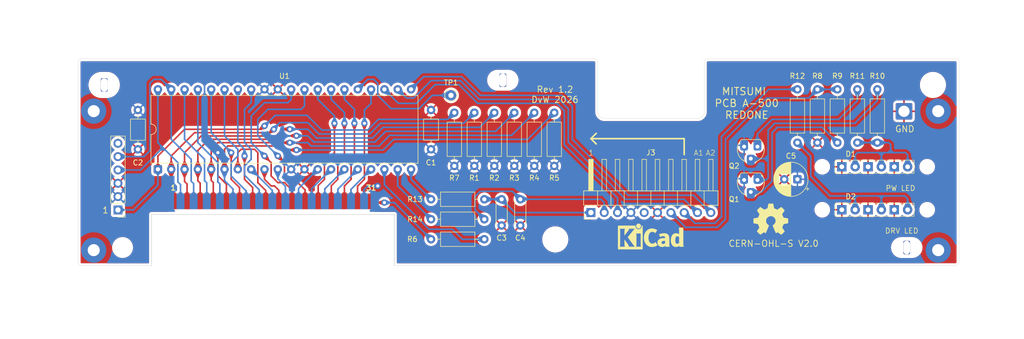
<source format=kicad_pcb>
(kicad_pcb (version 20241229) (generator "pcbnew") (generator_version "9.0")
  (title_block (title "Mitsumi PCB A-500 Redone") (date "2026-02-11") (rev "1.2") (company "Dennis van Weeren"))
  (layers (0 "F.Cu" signal) (2 "B.Cu" signal) (13 "F.Paste" user) (15 "B.Paste" user) (5 "F.SilkS" user "F.Silkscreen") (7 "B.SilkS" user "B.Silkscreen") (1 "F.Mask" user) (3 "B.Mask" user) (25 "Edge.Cuts" user))
  (net 0 "")
  (net 1 "~{MCLR}")
  (net 2 "VDD")
  (net 4 "GND")
  (net 5 "~{LSHFT}")
  (net 6 "~{LAMI}")
  (net 7 "Net-(J2-Caps_LED)")
  (net 8 "Net-(Q1-C)")
  (net 9 "~{X6}")
  (net 10 "~{RALT}")
  (net 11 "~{X3}")
  (net 12 "~{RAMI}")
  (net 13 "~{CTRL}")
  (net 14 "~{RSHFT}")
  (net 15 "~{LALT}")
  (net 16 "~{X2}")
  (net 17 "~{X4}")
  (net 18 "AUX1")
  (net 19 "AUX2")
  (net 20 "Net-(D1A-A)")
  (net 21 "~{CAPS_LED}")
  (net 22 "Net-(U1-TX{slash}CK{slash}RC6)")
  (net 23 "~{X5}{slash}PGD")
  (net 24 "~{X7}{slash}PGC")
  (net 25 "~{Y11}")
  (net 26 "~{Y4}")
  (net 27 "~{Y3}")
  (net 28 "~{Y0}")
  (net 29 "~{Y9}")
  (net 30 "~{Y12}")
  (net 31 "~{Y10}")
  (net 32 "~{Y2}")
  (net 33 "~{Y7}")
  (net 34 "~{Y14}")
  (net 35 "~{Y13}")
  (net 36 "~{Y8}")
  (net 37 "~{Y6}")
  (net 38 "~{Y1}")
  (net 39 "~{Y5}")
  (net 40 "~{RST}")
  (net 41 "KCLK")
  (net 42 "KDAT")
  (net 43 "Net-(D2A-A)")
  (net 45 "DRV_LED")
  (net 46 "PWR_LED")
  (net 47 "Net-(Q1-B)")
  (net 48 "Net-(J3-Pin_1)")
  (net 49 "Net-(J3-Pin_2)")
  (net 50 "Net-(Q2-C)")
  (footprint "Connector_PinHeader_2.54mm:PinHeader_1x10_P2.54mm_Horizontal" (layer "F.Cu") (at 170.19 113.24 90)
    (property "Reference" "J3")
    (property "Value" "Mainboard")
  )
  (footprint "Capacitor_THT:C_Axial_L3.8mm_D2.6mm_P7.50mm_Horizontal" (layer "F.Cu") (at 83.83 93.682 -90)
    (property "Reference" "C2")
    (property "Value" "100nF")
  )
  (footprint "Library:MountingHole_2.3mm_Pad" (layer "F.Cu") (at 236.4 93.9)
    (property "Reference" "H2" (hide yes))
    (property "Value" "2.3mm")
  )
  (footprint "Resistor_THT:R_Axial_DIN0207_L6.3mm_D2.5mm_P10.16mm_Horizontal" (layer "F.Cu") (at 213.37 99.905 90)
    (property "Reference" "R8")
    (property "Value" "390R")
  )
  (footprint "Resistor_THT:R_Axial_DIN0207_L6.3mm_D2.5mm_P10.16mm_Horizontal" (layer "F.Cu") (at 163.205 104.35 90)
    (property "Reference" "R5")
    (property "Value" "47K")
  )
  (footprint "Library:mountinghole_3.0_5.0" (layer "F.Cu") (at 230.4 119.9 90)
    (property "Reference" "H7" (hide yes))
    (property "Value" "3.0_5.0mm")
  )
  (footprint "Resistor_THT:R_Axial_DIN0207_L6.3mm_D2.5mm_P10.16mm_Horizontal" (layer "F.Cu") (at 151.775 104.350001 90)
    (property "Reference" "R2")
    (property "Value" "47K")
  )
  (footprint "Library:39-53-2315" (layer "F.Cu") (at 109.45 113.6 90)
    (property "Reference" "J2" (hide yes))
    (property "Value" "keyboard_matrix")
    (fp_line (start 0 -23) (end -9.8 -23) (stroke (width 0.1)) (layer "Edge.Cuts"))
    (fp_line (start 0 23.25) (end 0 -23) (stroke (width 0.1)) (layer "Edge.Cuts"))
    (fp_line (start 0 23.25) (end -9.8 23.25) (stroke (width 0.1)) (layer "Edge.Cuts"))
  )
  (footprint "Resistor_THT:R_Axial_DIN0207_L6.3mm_D2.5mm_P10.16mm_Horizontal" (layer "F.Cu") (at 209.56 99.905 90)
    (property "Reference" "R12")
    (property "Value" "270R")
  )
  (footprint "Resistor_THT:R_Axial_DIN0207_L6.3mm_D2.5mm_P10.16mm_Horizontal" (layer "F.Cu") (at 155.585 104.349999 90)
    (property "Reference" "R3")
    (property "Value" "47K")
  )
  (footprint "Resistor_THT:R_Axial_DIN0207_L6.3mm_D2.5mm_P10.16mm_Horizontal" (layer "F.Cu") (at 224.8 99.905 90)
    (property "Reference" "R10")
    (property "Value" "8K2")
  )
  (footprint "Symbol:OSHW-Symbol_6.7x6mm_SilkScreen" (layer "F.Cu") (at 204.48 114.51)
    (property "Reference" "REF2" (hide yes))
    (property "Value" "OSHW-Symbol_6.7x6mm_SilkScreen" (hide yes))
  )
  (footprint "Resistor_THT:R_Axial_DIN0207_L6.3mm_D2.5mm_P10.16mm_Horizontal" (layer "F.Cu") (at 139.71 118.32)
    (property "Reference" "R6")
    (property "Value" "220R")
  )
  (footprint "Library:mountinghole_3.0_5.0" (layer "F.Cu") (at 153.4 88 90)
    (property "Reference" "H10" (hide yes))
    (property "Value" "3.0_5.0mm")
  )
  (footprint "Library:mountinghole_4.0_5.0" (layer "F.Cu") (at 77.4 88.9 90)
    (property "Reference" "H8" (hide yes))
    (property "Value" "4.0_5.0mm")
  )
  (footprint "Library:MountingHole_2.3mm_Pad" (layer "F.Cu") (at 75.4 120.4)
    (property "Reference" "H3" (hide yes))
    (property "Value" "2.3mm")
  )
  (footprint "Resistor_THT:R_Axial_DIN0207_L6.3mm_D2.5mm_P10.16mm_Horizontal" (layer "F.Cu") (at 139.71 114.51)
    (property "Reference" "R14")
    (property "Value" "22R")
  )
  (footprint "Resistor_THT:R_Axial_DIN0207_L6.3mm_D2.5mm_P10.16mm_Horizontal" (layer "F.Cu") (at 217.18 99.905 90)
    (property "Reference" "R9")
    (property "Value" "10K")
  )
  (footprint "Capacitor_THT:C_Axial_L3.8mm_D2.6mm_P7.50mm_Horizontal" (layer "F.Cu") (at 139.71 93.675 -90)
    (property "Reference" "C1")
    (property "Value" "100nF")
  )
  (footprint "TestPoint:TestPoint_THTPad_D2.0mm_Drill1.0mm" (layer "F.Cu") (at 143.52 90.888)
    (property "Reference" "TP1")
    (property "Value" "DEBUG" (hide yes))
  )
  (footprint "Resistor_THT:R_Axial_DIN0207_L6.3mm_D2.5mm_P10.16mm_Horizontal" (layer "F.Cu") (at 139.71 110.7)
    (property "Reference" "R13")
    (property "Value" "22R")
  )
  (footprint "Library:A500_triple_LED_equivalent" (layer "F.Cu") (at 224.3 112.7)
    (property "Reference" "D2")
    (property "Value" "RED")
  )
  (footprint "Library:MountingHole_2.3mm_Pad" (layer "F.Cu") (at 236.4 120.4)
    (property "Reference" "H1" (hide yes))
    (property "Value" "2.3mm")
  )
  (footprint "Library:MountingHole_2.3mm_Pad" (layer "F.Cu") (at 75.4 93.9)
    (property "Reference" "H4" (hide yes))
    (property "Value" "2.3mm")
  )
  (footprint "Package_DIP:DIP-40_W15.24mm" (layer "F.Cu") (at 87.64 104.985 90)
    (property "Reference" "U1")
    (property "Value" "PIC18F4520")
  )
  (footprint "Symbol:KiCad-Logo_5mm_SilkScreen" (layer "F.Cu") (at 181.62 118.32)
    (property "Reference" "REF1" (hide yes))
    (property "Value" "KiCad-Logo_5mm_SilkScreen" (hide yes))
  )
  (footprint "Library:TO-92_HandSolder_modified" (layer "F.Cu") (at 200.67 107.525 180)
    (property "Reference" "Q1")
    (property "Value" "BC557")
  )
  (footprint "Library:TO-92_HandSolder_modified" (layer "F.Cu") (at 200.67 101.175 180)
    (property "Reference" "Q2")
    (property "Value" "BC557")
  )
  (footprint "Resistor_THT:R_Axial_DIN0207_L6.3mm_D2.5mm_P10.16mm_Horizontal" (layer "F.Cu") (at 220.99 99.905 90)
    (property "Reference" "R11")
    (property "Value" "1k8")
  )
  (footprint "Library:A500_triple_LED_equivalent" (layer "F.Cu") (at 224.3 104.5)
    (property "Reference" "D1")
    (property "Value" "GRN")
  )
  (footprint "Capacitor_THT:C_Disc_D4.3mm_W1.9mm_P5.00mm" (layer "F.Cu") (at 153.172 110.7 -90)
    (property "Reference" "C3")
    (property "Value" "1nF")
  )
  (footprint "MountingHole:MountingHole_4mm" (layer "F.Cu") (at 235.4 88.9)
    (property "Reference" "H9" (hide yes))
    (property "Value" "4.0mm")
  )
  (footprint "Resistor_THT:R_Axial_DIN0207_L6.3mm_D2.5mm_P10.16mm_Horizontal" (layer "F.Cu") (at 144.155 104.35 90)
    (property "Reference" "R7")
    (property "Value" "47K")
  )
  (footprint "Resistor_THT:R_Axial_DIN0207_L6.3mm_D2.5mm_P10.16mm_Horizontal" (layer "F.Cu") (at 159.395 104.35 90)
    (property "Reference" "R4")
    (property "Value" "47K")
  )
  (footprint "Connector_Wire:SolderWire-1.5sqmm_1x01_D1.7mm_OD3mm" (layer "F.Cu") (at 229.88 93.936)
    (property "Reference" "J4" (hide yes))
    (property "Value" "EARTH_STRAP")
  )
  (footprint "MountingHole:MountingHole_3mm" (layer "F.Cu") (at 80.9 119.9)
    (property "Reference" "H5" (hide yes))
    (property "Value" "3.0mm")
  )
  (footprint "Connector_PinHeader_2.54mm:PinHeader_1x06_P2.54mm_Vertical" (layer "F.Cu") (at 80.02 112.732 180)
    (property "Reference" "J1" (hide yes))
    (property "Value" "ICSP")
  )
  (footprint "Resistor_THT:R_Axial_DIN0207_L6.3mm_D2.5mm_P10.16mm_Horizontal" (layer "F.Cu") (at 147.965 104.35 90)
    (property "Reference" "R1")
    (property "Value" "47K")
  )
  (footprint "Capacitor_THT:C_Disc_D4.3mm_W1.9mm_P5.00mm" (layer "F.Cu") (at 156.728 110.7 -90)
    (property "Reference" "C4")
    (property "Value" "1nF")
  )
  (footprint "MountingHole:MountingHole_4mm" (layer "F.Cu") (at 163.4 118.35)
    (property "Reference" "H6" (hide yes))
    (property "Value" "4.0mm")
  )
  (footprint "Capacitor_THT:CP_Radial_D6.3mm_P2.50mm" (layer "F.Cu") (at 209.56 106.89 180)
    (property "Reference" "C5")
    (property "Value" "22uF")
  )
  (gr_line (start 187.97 99.143) (end 170.19 99.143) (stroke (width 0.3)) (layer "F.SilkS"))
  (gr_line (start 187.97 102.191) (end 187.97 99.143) (stroke (width 0.3)) (layer "F.SilkS"))
  (gr_line (start 170.19 99.143) (end 171.206 100.159) (stroke (width 0.3)) (layer "F.SilkS"))
  (gr_line (start 170.19 99.143) (end 171.206 98.127) (stroke (width 0.3)) (layer "F.SilkS"))
  (gr_arc (start 172.8 95.3) (mid 171.880761 94.919239) (end 171.5 94) (stroke (width 0.05)) (layer "Edge.Cuts"))
  (gr_arc (start 240.4 122.7) (mid 240.194975 123.194975) (end 239.7 123.4) (stroke (width 0.05)) (layer "Edge.Cuts"))
  (gr_line (start 240.4 84.6) (end 240.4 122.7) (stroke (width 0.05)) (layer "Edge.Cuts"))
  (gr_line (start 239.7 123.4) (end 132.7 123.4) (stroke (width 0.05)) (layer "Edge.Cuts"))
  (gr_line (start 192.5 83.9) (end 239.7 83.9) (stroke (width 0.05)) (layer "Edge.Cuts"))
  (gr_arc (start 191.8 84.6) (mid 192.005025 84.105025) (end 192.5 83.9) (stroke (width 0.05)) (layer "Edge.Cuts"))
  (gr_arc (start 73.1 123.4) (mid 72.605025 123.194975) (end 72.4 122.7) (stroke (width 0.05)) (layer "Edge.Cuts"))
  (gr_line (start 191.8 94) (end 191.8 84.6) (stroke (width 0.05)) (layer "Edge.Cuts"))
  (gr_line (start 172.8 95.3) (end 190.5 95.3) (stroke (width 0.05)) (layer "Edge.Cuts"))
  (gr_line (start 73.1 123.4) (end 86.45 123.4) (stroke (width 0.05)) (layer "Edge.Cuts"))
  (gr_arc (start 170.8 83.9) (mid 171.294975 84.105025) (end 171.5 84.6) (stroke (width 0.05)) (layer "Edge.Cuts"))
  (gr_line (start 171.5 84.6) (end 171.5 94) (stroke (width 0.05)) (layer "Edge.Cuts"))
  (gr_line (start 72.4 122.7) (end 72.4 84.6) (stroke (width 0.05)) (layer "Edge.Cuts"))
  (gr_line (start 73.1 83.9) (end 170.8 83.9) (stroke (width 0.05)) (layer "Edge.Cuts"))
  (gr_arc (start 239.7 83.9) (mid 240.194975 84.105025) (end 240.4 84.6) (stroke (width 0.05)) (layer "Edge.Cuts"))
  (gr_arc (start 72.4 84.6) (mid 72.605025 84.105025) (end 73.1 83.9) (stroke (width 0.05)) (layer "Edge.Cuts"))
  (gr_arc (start 191.8 94) (mid 191.419239 94.919239) (end 190.5 95.3) (stroke (width 0.05)) (layer "Edge.Cuts"))
  (gr_text "GND" (at 228.102 98 0) (layer "F.SilkS") (effects (font (size 1.2 1.2)) (justify left bottom)))
  (gr_text "MITSUMI \nPCB A-500\nREDONE\n" (at 199.908 95.46 0) (layer "F.SilkS") (effects (font (size 1.4 1.4) (thickness 0.175)) (justify bottom)))
  (gr_text "CERN-OHL-S V2.0" (at 196.352 119.844 0) (layer "F.SilkS") (effects (font (size 1.2 1.2)) (justify left bottom)))
  (gr_text "PW LED" (at 226.324 109.176 0) (layer "F.SilkS") (effects (font (size 1 1) (thickness 0.125)) (justify left bottom)))
  (gr_text "A2\n" (at 192.034 102.445 0) (layer "F.SilkS") (effects (font (size 1 1) (thickness 0.1)) (justify left bottom)))
  (gr_text "Rev 1.2\nDvW 2026\n" (at 163.332 92.412 0) (layer "F.SilkS") (effects (font (size 1.2 1.2)) (justify bottom)))
  (gr_text "A1\n" (at 189.748 102.445 0) (layer "F.SilkS") (effects (font (size 1 1) (thickness 0.1)) (justify left bottom)))
  (gr_text "DRV LED" (at 226.197 117.304 0) (layer "F.SilkS") (effects (font (size 1 1) (thickness 0.125)) (justify left bottom)))
  (gr_text "1" (at 76.972 113.494 0) (layer "F.SilkS") (effects (font (size 1.2 1.2)) (justify left bottom)))
  (gr_text "1" (at 169.682 102.445 0) (layer "F.SilkS") (effects (font (size 1 1) (thickness 0.1)) (justify left bottom)))
  (segment (start 101.61 97.365) (end 107.325 97.365) (width 0.3) (layer "F.Cu") (net 1))
  (segment (start 92.72 97.365) (end 101.61 97.365) (width 0.3) (layer "F.Cu") (net 1))
  (segment (start 107.325 97.365) (end 107.96 96.73) (width 0.3) (layer "F.Cu") (net 1))
  (segment (start 87.64 102.445) (end 92.72 97.365) (width 0.3) (layer "F.Cu") (net 1))
  (segment (start 87.64 104.985) (end 87.64 102.445) (width 0.3) (layer "F.Cu") (net 1))
  (via (at 107.96 96.73) (size 1.2) (drill 0.6) (layers "F.Cu" "B.Cu") (net 1))
  (segment (start 129.677 95.46) (end 142.885 95.46) (width 0.3) (layer "B.Cu") (net 1))
  (segment (start 87.64 104.985) (end 87.64 108.033) (width 0.3) (layer "B.Cu") (net 1))
  (segment (start 107.96 96.73) (end 109.992 94.698) (width 0.3) (layer "B.Cu") (net 1))
  (segment (start 82.941 112.732) (end 80.02 112.732) (width 0.3) (layer "B.Cu") (net 1))
  (segment (start 87.64 108.033) (end 82.941 112.732) (width 0.3) (layer "B.Cu") (net 1))
  (segment (start 109.992 94.698) (end 116.088 94.698) (width 0.3) (layer "B.Cu") (net 1))
  (segment (start 116.088 94.698) (end 118.882 97.492) (width 0.3) (layer "B.Cu") (net 1))
  (segment (start 118.882 97.492) (end 127.645 97.492) (width 0.3) (layer "B.Cu") (net 1))
  (segment (start 127.645 97.492) (end 129.677 95.46) (width 0.3) (layer "B.Cu") (net 1))
  (segment (start 142.885 95.46) (end 144.155 94.19) (width 0.3) (layer "B.Cu") (net 1))
  (segment (start 99.07 106.187091) (end 99.07 101.81) (width 0.3) (layer "F.Cu") (net 2))
  (segment (start 100.7 107.817091) (end 99.07 106.187091) (width 0.3) (layer "F.Cu") (net 2))
  (segment (start 100.7 111.1) (end 100.7 107.817091) (width 0.3) (layer "F.Cu") (net 2))
  (via (at 99.07 101.81) (size 1.2) (drill 0.6) (layers "F.Cu" "B.Cu") (net 2))
  (segment (start 99.07 101.81) (end 96.53 99.27) (width 0.3) (layer "B.Cu") (net 2))
  (segment (start 96.53 87.205) (end 96.53 86.57) (width 0.3) (layer "B.Cu") (net 2))
  (segment (start 96.53 99.27) (end 96.53 87.205) (width 0.3) (layer "B.Cu") (net 2))
  (via (at 129.55 108.16) (size 1.2) (drill 0.6) (layers "F.Cu" "B.Cu") (net 4))
  (segment (start 126.95 108.855) (end 126.95 111.1) (width 0.3) (layer "B.Cu") (net 4))
  (segment (start 129.55 108.16) (end 127.645 108.16) (width 0.3) (layer "B.Cu") (net 4))
  (segment (start 127.645 108.16) (end 126.95 108.855) (width 0.3) (layer "B.Cu") (net 4))
  (segment (start 102.88 102.445) (end 102.88 101.175) (width 0.3) (layer "B.Cu") (net 5))
  (segment (start 104.45 109.095) (end 101.61 106.255) (width 0.3) (layer "B.Cu") (net 5))
  (segment (start 100.34 98.635) (end 100.34 89.745) (width 0.3) (layer "B.Cu") (net 5))
  (segment (start 101.61 103.715) (end 102.88 102.445) (width 0.3) (layer "B.Cu") (net 5))
  (segment (start 102.88 101.175) (end 100.34 98.635) (width 0.3) (layer "B.Cu") (net 5))
  (segment (start 104.45 111.1) (end 104.45 109.095) (width 0.3) (layer "B.Cu") (net 5))
  (segment (start 101.61 106.255) (end 101.61 103.715) (width 0.3) (layer "B.Cu") (net 5))
  (segment (start 106.95 108.895682) (end 104.15 106.095682) (width 0.3) (layer "B.Cu") (net 6))
  (segment (start 105.42 103.08) (end 105.42 101.175) (width 0.3) (layer "B.Cu") (net 6))
  (segment (start 105.42 92.285) (end 105.42 89.745) (width 0.3) (layer "B.Cu") (net 6))
  (segment (start 104.15 93.555) (end 105.42 92.285) (width 0.3) (layer "B.Cu") (net 6))
  (segment (start 104.15 106.095682) (end 104.15 104.35) (width 0.3) (layer "B.Cu") (net 6))
  (segment (start 104.15 99.905) (end 104.15 93.555) (width 0.3) (layer "B.Cu") (net 6))
  (segment (start 104.15 104.35) (end 105.42 103.08) (width 0.3) (layer "B.Cu") (net 6))
  (segment (start 105.42 101.175) (end 104.15 99.905) (width 0.3) (layer "B.Cu") (net 6))
  (segment (start 106.95 111.1) (end 106.95 108.895682) (width 0.3) (layer "B.Cu") (net 6))
  (segment (start 130.82 111.335) (end 128.435 111.335) (width 0.3) (layer "F.Cu") (net 7))
  (segment (start 128.435 111.335) (end 128.2 111.1) (width 0.3) (layer "F.Cu") (net 7))
  (via (at 130.82 111.335) (size 1.2) (drill 0.6) (layers "F.Cu" "B.Cu") (net 7))
  (segment (start 132.725 111.335) (end 139.71 118.32) (width 0.3) (layer "B.Cu") (net 7))
  (segment (start 130.82 111.335) (end 132.725 111.335) (width 0.3) (layer "B.Cu") (net 7))
  (segment (start 203.972 103.08) (end 203.972 97.492) (width 0.3) (layer "B.Cu") (net 8))
  (segment (start 203.972 97.492) (end 205.242 96.222) (width 0.3) (layer "B.Cu") (net 8))
  (segment (start 220.482 96.222) (end 224.8 91.904) (width 0.3) (layer "B.Cu") (net 8))
  (segment (start 200.67 102.953) (end 203.845 102.953) (width 0.3) (layer "B.Cu") (net 8))
  (segment (start 203.845 102.953) (end 203.972 103.08) (width 0.3) (layer "B.Cu") (net 8))
  (segment (start 201.94 107.017) (end 203.591 107.017) (width 0.3) (layer "B.Cu") (net 8))
  (segment (start 224.8 91.904) (end 224.8 89.745) (width 0.3) (layer "B.Cu") (net 8))
  (segment (start 203.591 107.017) (end 203.972 106.636) (width 0.3) (layer "B.Cu") (net 8))
  (segment (start 205.242 96.222) (end 220.482 96.222) (width 0.3) (layer "B.Cu") (net 8))
  (segment (start 203.972 106.636) (end 203.972 103.08) (width 0.3) (layer "B.Cu") (net 8))
  (segment (start 92.72 101.81) (end 92.72 104.985) (width 0.3) (layer "F.Cu") (net 9))
  (segment (start 112.786 97.347373) (end 111.406627 97.347373) (width 0.3) (layer "F.Cu") (net 9))
  (segment (start 93.2 107.8) (end 93.2 111.1) (width 0.3) (layer "F.Cu") (net 9))
  (segment (start 111.406627 97.347373) (end 110.119 98.635) (width 0.3) (layer "F.Cu") (net 9))
  (segment (start 110.119 98.635) (end 95.895 98.635) (width 0.3) (layer "F.Cu") (net 9))
  (segment (start 92.72 104.985) (end 92.72 107.32) (width 0.3) (layer "F.Cu") (net 9))
  (segment (start 95.895 98.635) (end 92.72 101.81) (width 0.3) (layer "F.Cu") (net 9))
  (segment (start 92.72 107.32) (end 93.2 107.8) (width 0.3) (layer "F.Cu") (net 9))
  (via (at 112.786 97.347373) (size 1.2) (drill 0.6) (layers "F.Cu" "B.Cu") (net 9))
  (segment (start 112.786 97.347373) (end 116.197373 97.347373) (width 0.3) (layer "B.Cu") (net 9))
  (segment (start 128.534 99.016) (end 130.566 96.984) (width 0.3) (layer "B.Cu") (net 9))
  (segment (start 148.981001 96.984) (end 151.775 94.190001) (width 0.3) (layer "B.Cu") (net 9))
  (segment (start 130.566 96.984) (end 148.981001 96.984) (width 0.3) (layer "B.Cu") (net 9))
  (segment (start 117.866 99.016) (end 128.534 99.016) (width 0.3) (layer "B.Cu") (net 9))
  (segment (start 116.197373 97.347373) (end 117.866 99.016) (width 0.3) (layer "B.Cu") (net 9))
  (segment (start 99.45 107.778) (end 99.45 111.1) (width 0.3) (layer "B.Cu") (net 10))
  (segment (start 99.07 107.398) (end 99.45 107.778) (width 0.3) (layer "B.Cu") (net 10))
  (segment (start 95.26 99.905) (end 99.07 103.715) (width 0.3) (layer "B.Cu") (net 10))
  (segment (start 95.26 89.745) (end 95.26 99.905) (width 0.3) (layer "B.Cu") (net 10))
  (segment (start 99.07 103.715) (end 99.07 107.398) (width 0.3) (layer "B.Cu") (net 10))
  (segment (start 110.5 99.27) (end 97.379942 99.27) (width 0.3) (layer "F.Cu") (net 11))
  (segment (start 95.26 104.985) (end 95.26 107.179) (width 0.3) (layer "F.Cu") (net 11))
  (segment (start 95.7 107.619) (end 95.7 111.1) (width 0.3) (layer "F.Cu") (net 11))
  (segment (start 95.26 107.179) (end 95.7 107.619) (width 0.3) (layer "F.Cu") (net 11))
  (segment (start 114.056 98.596946) (end 111.173054 98.596946) (width 0.3) (layer "F.Cu") (net 11))
  (segment (start 95.26 101.389942) (end 95.26 104.985) (width 0.3) (layer "F.Cu") (net 11))
  (segment (start 97.379942 99.27) (end 95.26 101.389942) (width 0.3) (layer "F.Cu") (net 11))
  (segment (start 111.173054 98.596946) (end 110.5 99.27) (width 0.3) (layer "F.Cu") (net 11))
  (via (at 114.056 98.596946) (size 1.2) (drill 0.6) (layers "F.Cu" "B.Cu") (net 11))
  (segment (start 114.056 98.596946) (end 116.176946 98.596946) (width 0.3) (layer "B.Cu") (net 11))
  (segment (start 117.358 99.778) (end 129.042 99.778) (width 0.3) (layer "B.Cu") (net 11))
  (segment (start 131.074 97.746) (end 152.028999 97.746) (width 0.3) (layer "B.Cu") (net 11))
  (segment (start 116.176946 98.596946) (end 117.358 99.778) (width 0.3) (layer "B.Cu") (net 11))
  (segment (start 152.028999 97.746) (end 155.585 94.189999) (width 0.3) (layer "B.Cu") (net 11))
  (segment (start 129.042 99.778) (end 131.074 97.746) (width 0.3) (layer "B.Cu") (net 11))
  (segment (start 110.5 100.54) (end 100.975 100.54) (width 0.3) (layer "F.Cu") (net 12))
  (segment (start 111.262 101.302) (end 110.5 100.54) (width 0.3) (layer "F.Cu") (net 12))
  (segment (start 100.975 100.54) (end 100.34 101.175) (width 0.3) (layer "F.Cu") (net 12))
  (segment (start 100.34 101.175) (end 100.34 104.985) (width 0.3) (layer "F.Cu") (net 12))
  (segment (start 114.056 101.302) (end 111.262 101.302) (width 0.3) (layer "F.Cu") (net 12))
  (via (at 114.056 101.302) (size 1.2) (drill 0.6) (layers "F.Cu" "B.Cu") (net 12))
  (segment (start 132.598 99.27) (end 158.125 99.27) (width 0.3) (layer "B.Cu") (net 12))
  (segment (start 100.34 107.14) (end 101.95 108.75) (width 0.3) (layer "B.Cu") (net 12))
  (segment (start 101.95 108.75) (end 101.95 111.1) (width 0.3) (layer "B.Cu") (net 12))
  (segment (start 158.125 99.27) (end 163.205 94.19) (width 0.3) (layer "B.Cu") (net 12))
  (segment (start 100.34 104.985) (end 100.34 107.14) (width 0.3) (layer "B.Cu") (net 12))
  (segment (start 130.566 101.302) (end 132.598 99.27) (width 0.3) (layer "B.Cu") (net 12))
  (segment (start 114.056 101.302) (end 130.566 101.302) (width 0.3) (layer "B.Cu") (net 12))
  (segment (start 101.61 101.81) (end 101.61 106.89) (width 0.3) (layer "F.Cu") (net 13))
  (segment (start 103.2 108.48) (end 103.2 111.1) (width 0.3) (layer "F.Cu") (net 13))
  (segment (start 101.61 106.89) (end 103.2 108.48) (width 0.3) (layer "F.Cu") (net 13))
  (via (at 101.61 101.81) (size 1.2) (drill 0.6) (layers "F.Cu" "B.Cu") (net 13))
  (segment (start 97.8 98) (end 97.8 89.745) (width 0.3) (layer "B.Cu") (net 13))
  (segment (start 101.61 101.81) (end 97.8 98) (width 0.3) (layer "B.Cu") (net 13))
  (segment (start 92.72 89.745) (end 92.72 99.27) (width 0.3) (layer "B.Cu") (net 14))
  (segment (start 96.53 107.144) (end 96.95 107.564) (width 0.3) (layer "B.Cu") (net 14))
  (segment (start 96.53 103.08) (end 96.53 107.144) (width 0.3) (layer "B.Cu") (net 14))
  (segment (start 92.72 99.27) (end 96.53 103.08) (width 0.3) (layer "B.Cu") (net 14))
  (segment (start 96.95 107.564) (end 96.95 111.1) (width 0.3) (layer "B.Cu") (net 14))
  (segment (start 104.15 106.89) (end 105.7 108.44) (width 0.3) (layer "F.Cu") (net 15))
  (segment (start 105.7 108.44) (end 105.7 111.1) (width 0.3) (layer "F.Cu") (net 15))
  (segment (start 104.15 102.445) (end 104.15 106.89) (width 0.3) (layer "F.Cu") (net 15))
  (via (at 104.15 102.445) (size 1.2) (drill 0.6) (layers "F.Cu" "B.Cu") (net 15))
  (segment (start 104.15 101.175) (end 102.88 99.905) (width 0.3) (layer "B.Cu") (net 15))
  (segment (start 104.15 102.445) (end 104.15 101.175) (width 0.3) (layer "B.Cu") (net 15))
  (segment (start 102.88 99.905) (end 102.88 89.745) (width 0.3) (layer "B.Cu") (net 15))
  (segment (start 97.8 104.985) (end 97.8 107.1) (width 0.3) (layer "F.Cu") (net 16))
  (segment (start 98.2 107.5) (end 98.2 111.1) (width 0.3) (layer "F.Cu") (net 16))
  (segment (start 97.8 107.1) (end 98.2 107.5) (width 0.3) (layer "F.Cu") (net 16))
  (segment (start 99.07 99.905) (end 97.8 101.175) (width 0.3) (layer "F.Cu") (net 16))
  (segment (start 112.786 99.905) (end 99.07 99.905) (width 0.3) (layer "F.Cu") (net 16))
  (segment (start 97.8 101.175) (end 97.8 104.985) (width 0.3) (layer "F.Cu") (net 16))
  (via (at 112.786 99.905) (size 1.2) (drill 0.6) (layers "F.Cu" "B.Cu") (net 16))
  (segment (start 112.786 99.905) (end 116.215002 99.905) (width 0.3) (layer "B.Cu") (net 16))
  (segment (start 131.836 98.508) (end 155.077 98.508) (width 0.3) (layer "B.Cu") (net 16))
  (segment (start 116.215002 99.905) (end 116.850002 100.54) (width 0.3) (layer "B.Cu") (net 16))
  (segment (start 116.850002 100.54) (end 129.804 100.54) (width 0.3) (layer "B.Cu") (net 16))
  (segment (start 129.804 100.54) (end 131.836 98.508) (width 0.3) (layer "B.Cu") (net 16))
  (segment (start 155.077 98.508) (end 159.395 94.19) (width 0.3) (layer "B.Cu") (net 16))
  (segment (start 109.738 97.365) (end 109.103 98) (width 0.3) (layer "F.Cu") (net 17))
  (segment (start 90.18 102.445) (end 90.18 104.985) (width 0.3) (layer "F.Cu") (net 17))
  (segment (start 90.18 104.985) (end 90.18 107.47) (width 0.3) (layer "F.Cu") (net 17))
  (segment (start 90.18 107.47) (end 90.7 107.99) (width 0.3) (layer "F.Cu") (net 17))
  (segment (start 90.7 107.99) (end 90.7 111.1) (width 0.3) (layer "F.Cu") (net 17))
  (segment (start 109.103 98) (end 94.625 98) (width 0.3) (layer "F.Cu") (net 17))
  (segment (start 94.625 98) (end 90.18 102.445) (width 0.3) (layer "F.Cu") (net 17))
  (via (at 109.738 97.365) (size 1.2) (drill 0.6) (layers "F.Cu" "B.Cu") (net 17))
  (segment (start 130.058 96.222) (end 145.933 96.222) (width 0.3) (layer "B.Cu") (net 17))
  (segment (start 128.026 98.254) (end 130.058 96.222) (width 0.3) (layer "B.Cu") (net 17))
  (segment (start 118.374 98.254) (end 128.026 98.254) (width 0.3) (layer "B.Cu") (net 17))
  (segment (start 110.881 96.095) (end 116.215 96.095) (width 0.3) (layer "B.Cu") (net 17))
  (segment (start 145.933 96.222) (end 147.965 94.19) (width 0.3) (layer "B.Cu") (net 17))
  (segment (start 116.215 96.095) (end 118.374 98.254) (width 0.3) (layer "B.Cu") (net 17))
  (segment (start 109.738 97.365) (end 109.738 97.238) (width 0.3) (layer "B.Cu") (net 17))
  (segment (start 109.738 97.238) (end 110.881 96.095) (width 0.3) (layer "B.Cu") (net 17))
  (segment (start 139.71 88.094) (end 145.298 88.094) (width 0.3) (layer "B.Cu") (net 18))
  (segment (start 165.872 93.428) (end 165.872 99.778) (width 0.3) (layer "B.Cu") (net 18))
  (segment (start 133.36 89.745) (end 135.011 91.396) (width 0.3) (layer "B.Cu") (net 18))
  (segment (start 164.094 91.65) (end 165.872 93.428) (width 0.3) (layer "B.Cu") (net 18))
  (segment (start 165.872 99.778) (end 176.794 110.7) (width 0.3) (layer "B.Cu") (net 18))
  (segment (start 136.408 91.396) (end 139.71 88.094) (width 0.3) (layer "B.Cu") (net 18))
  (segment (start 135.011 91.396) (end 136.408 91.396) (width 0.3) (layer "B.Cu") (net 18))
  (segment (start 176.794 110.7) (end 187.97 110.7) (width 0.3) (layer "B.Cu") (net 18))
  (segment (start 148.854 91.65) (end 164.094 91.65) (width 0.3) (layer "B.Cu") (net 18))
  (segment (start 187.97 110.7) (end 190.51 113.24) (width 0.3) (layer "B.Cu") (net 18))
  (segment (start 145.298 88.094) (end 148.854 91.65) (width 0.3) (layer "B.Cu") (net 18))
  (segment (start 164.602 90.888) (end 166.634 92.92) (width 0.3) (layer "B.Cu") (net 19))
  (segment (start 138.313 87.332) (end 145.552 87.332) (width 0.3) (layer "B.Cu") (net 19))
  (segment (start 177.302 109.938) (end 189.748 109.938) (width 0.3) (layer "B.Cu") (net 19))
  (segment (start 166.634 92.92) (end 166.634 99.27) (width 0.3) (layer "B.Cu") (net 19))
  (segment (start 145.552 87.332) (end 149.108 90.888) (width 0.3) (layer "B.Cu") (net 19))
  (segment (start 135.9 89.745) (end 138.313 87.332) (width 0.3) (layer "B.Cu") (net 19))
  (segment (start 149.108 90.888) (end 164.602 90.888) (width 0.3) (layer "B.Cu") (net 19))
  (segment (start 166.634 99.27) (end 177.302 109.938) (width 0.3) (layer "B.Cu") (net 19))
  (segment (start 189.748 109.938) (end 193.05 113.24) (width 0.3) (layer "B.Cu") (net 19))
  (segment (start 227.34 101.81) (end 228.102 101.81) (width 0.3) (layer "B.Cu") (net 20))
  (segment (start 220.57 102.23) (end 220.57 104.5) (width 0.3) (layer "B.Cu") (net 20))
  (segment (start 224.8 101.81) (end 220.99 101.81) (width 0.3) (layer "B.Cu") (net 20))
  (segment (start 224.8 99.905) (end 220.99 99.905) (width 0.3) (layer "B.Cu") (net 20))
  (segment (start 224.8 99.905) (end 226.959 99.905) (width 0.3) (layer "B.Cu") (net 20))
  (segment (start 220.99 101.81) (end 220.57 102.23) (width 0.3) (layer "B.Cu") (net 20))
  (segment (start 230.134 101.81) (end 230.57 102.246) (width 0.3) (layer "B.Cu") (net 20))
  (segment (start 225.57 104.5) (end 225.57 101.818) (width 0.3) (layer "B.Cu") (net 20))
  (segment (start 225.562 101.81) (end 227.34 101.81) (width 0.3) (layer "B.Cu") (net 20))
  (segment (start 225.57 101.818) (end 225.562 101.81) (width 0.3) (layer "B.Cu") (net 20))
  (segment (start 227.34 100.286) (end 227.34 101.81) (width 0.3) (layer "B.Cu") (net 20))
  (segment (start 228.102 101.81) (end 230.134 101.81) (width 0.3) (layer "B.Cu") (net 20))
  (segment (start 230.57 102.246) (end 230.57 104.5) (width 0.3) (layer "B.Cu") (net 20))
  (segment (start 225.562 101.81) (end 224.8 101.81) (width 0.3) (layer "B.Cu") (net 20))
  (segment (start 226.959 99.905) (end 227.34 100.286) (width 0.3) (layer "B.Cu") (net 20))
  (segment (start 145.679 118.32) (end 149.87 118.32) (width 0.3) (layer "B.Cu") (net 21))
  (segment (start 130.82 107.906) (end 139.329 116.415) (width 0.3) (layer "B.Cu") (net 21))
  (segment (start 143.774 116.415) (end 145.679 118.32) (width 0.3) (layer "B.Cu") (net 21))
  (segment (start 130.82 104.985) (end 130.82 107.906) (width 0.3) (layer "B.Cu") (net 21))
  (segment (start 139.329 116.415) (end 143.774 116.415) (width 0.3) (layer "B.Cu") (net 21))
  (segment (start 125.74 89.745) (end 127.645 87.84) (width 0.3) (layer "B.Cu") (net 22))
  (segment (start 129.55 90.888) (end 132.09 93.428) (width 0.3) (layer "B.Cu") (net 22))
  (segment (start 128.788 87.84) (end 129.55 88.602) (width 0.3) (layer "B.Cu") (net 22))
  (segment (start 137.424 93.428) (end 139.964 90.888) (width 0.3) (layer "B.Cu") (net 22))
  (segment (start 127.645 87.84) (end 128.788 87.84) (width 0.3) (layer "B.Cu") (net 22))
  (segment (start 132.09 93.428) (end 137.424 93.428) (width 0.3) (layer "B.Cu") (net 22))
  (segment (start 129.55 88.602) (end 129.55 90.888) (width 0.3) (layer "B.Cu") (net 22))
  (segment (start 139.964 90.888) (end 143.52 90.888) (width 0.3) (layer "B.Cu") (net 22))
  (segment (start 84.338 105.112) (end 80.02 105.112) (width 0.3) (layer "B.Cu") (net 23))
  (segment (start 91.45 107.398) (end 91.95 107.898) (width 0.3) (layer "B.Cu") (net 23))
  (segment (start 88.5925 100.8575) (end 84.338 105.112) (width 0.3) (layer "B.Cu") (net 23))
  (segment (start 91.45 103.715) (end 91.45 107.398) (width 0.3) (layer "B.Cu") (net 23))
  (segment (start 91.95 107.898) (end 91.95 111.1) (width 0.3) (layer "B.Cu") (net 23))
  (segment (start 87.64 89.745) (end 87.64 99.905) (width 0.3) (layer "B.Cu") (net 23))
  (segment (start 87.64 99.905) (end 91.45 103.715) (width 0.3) (layer "B.Cu") (net 23))
  (segment (start 90.18 89.745) (end 88.275 87.84) (width 0.3) (layer "B.Cu") (net 24))
  (segment (start 86.116 88.602) (end 86.116 101.429) (width 0.3) (layer "B.Cu") (net 24))
  (segment (start 93.99 103.08) (end 93.99 107.271) (width 0.3) (layer "B.Cu") (net 24))
  (segment (start 93.99 107.271) (end 94.45 107.731) (width 0.3) (layer "B.Cu") (net 24))
  (segment (start 94.45 107.731) (end 94.45 111.1) (width 0.3) (layer "B.Cu") (net 24))
  (segment (start 84.973 102.572) (end 80.02 102.572) (width 0.3) (layer "B.Cu") (net 24))
  (segment (start 90.18 89.745) (end 90.18 99.27) (width 0.3) (layer "B.Cu") (net 24))
  (segment (start 90.18 99.27) (end 93.99 103.08) (width 0.3) (layer "B.Cu") (net 24))
  (segment (start 86.116 101.429) (end 84.973 102.572) (width 0.3) (layer "B.Cu") (net 24))
  (segment (start 86.878 87.84) (end 86.116 88.602) (width 0.3) (layer "B.Cu") (net 24))
  (segment (start 88.275 87.84) (end 86.878 87.84) (width 0.3) (layer "B.Cu") (net 24))
  (segment (start 111.95 108.25) (end 111.95 111.1) (width 0.3) (layer "B.Cu") (net 25))
  (segment (start 110.5 106.8) (end 111.95 108.25) (width 0.3) (layer "B.Cu") (net 25))
  (segment (start 110.5 104.985) (end 110.5 106.8) (width 0.3) (layer "B.Cu") (net 25))
  (segment (start 121.93 103.715) (end 121.93 106.89) (width 0.3) (layer "F.Cu") (net 26))
  (segment (start 120.7 108.12) (end 120.7 111.1) (width 0.3) (layer "F.Cu") (net 26))
  (segment (start 123.2 96.222) (end 123.2 102.445) (width 0.3) (layer "F.Cu") (net 26))
  (segment (start 121.93 106.89) (end 120.7 108.12) (width 0.3) (layer "F.Cu") (net 26))
  (segment (start 123.2 102.445) (end 121.93 103.715) (width 0.3) (layer "F.Cu") (net 26))
  (via (at 123.2 96.222) (size 1.2) (drill 0.6) (layers "F.Cu" "B.Cu") (net 26))
  (segment (start 120.66 91.65) (end 120.66 89.745) (width 0.3) (layer "B.Cu") (net 26))
  (segment (start 123.2 94.19) (end 120.66 91.65) (width 0.3) (layer "B.Cu") (net 26))
  (segment (start 123.2 96.222) (end 123.2 94.19) (width 0.3) (layer "B.Cu") (net 26))
  (segment (start 125.74 104.985) (end 121.95 108.775) (width 0.3) (layer "B.Cu") (net 27))
  (segment (start 121.95 108.775) (end 121.95 111.1) (width 0.3) (layer "B.Cu") (net 27))
  (segment (start 127.01 106.89) (end 125.7 108.2) (width 0.3) (layer "F.Cu") (net 28))
  (segment (start 127.01 96.222) (end 127.01 106.89) (width 0.3) (layer "F.Cu") (net 28))
  (segment (start 125.7 108.2) (end 125.7 111.1) (width 0.3) (layer "F.Cu") (net 28))
  (via (at 127.01 96.222) (size 1.2) (drill 0.6) (layers "F.Cu" "B.Cu") (net 28))
  (segment (start 127.01 93.682) (end 128.28 92.412) (width 0.3) (layer "B.Cu") (net 28))
  (segment (start 128.28 92.412) (end 128.28 89.745) (width 0.3) (layer "B.Cu") (net 28))
  (segment (start 127.01 96.222) (end 127.01 93.682) (width 0.3) (layer "B.Cu") (net 28))
  (segment (start 114.45 108.655) (end 114.45 111.1) (width 0.3) (layer "B.Cu") (net 29))
  (segment (start 118.12 104.985) (end 114.45 108.655) (width 0.3) (layer "B.Cu") (net 29))
  (segment (start 107.96 106.89) (end 109.23 108.16) (width 0.3) (layer "F.Cu") (net 30))
  (segment (start 109.865 108.16) (end 110.7 108.995) (width 0.3) (layer "F.Cu") (net 30))
  (segment (start 107.96 104.985) (end 107.96 106.89) (width 0.3) (layer "F.Cu") (net 30))
  (segment (start 109.23 108.16) (end 109.865 108.16) (width 0.3) (layer "F.Cu") (net 30))
  (segment (start 110.7 108.995) (end 110.7 111.1) (width 0.3) (layer "F.Cu") (net 30))
  (segment (start 110.5 107.525) (end 111.77 107.525) (width 0.3) (layer "F.Cu") (net 31))
  (segment (start 109.23 106.255) (end 110.5 107.525) (width 0.3) (layer "F.Cu") (net 31))
  (segment (start 109.23 103.715) (end 109.23 106.255) (width 0.3) (layer "F.Cu") (net 31))
  (segment (start 111.77 107.525) (end 113.2 108.955) (width 0.3) (layer "F.Cu") (net 31))
  (segment (start 107.96 102.445) (end 109.23 103.715) (width 0.3) (layer "F.Cu") (net 31))
  (segment (start 113.2 108.955) (end 113.2 111.1) (width 0.3) (layer "F.Cu") (net 31))
  (via (at 107.96 102.445) (size 1.2) (drill 0.6) (layers "F.Cu" "B.Cu") (net 31))
  (segment (start 105.42 99.905) (end 105.42 94.825) (width 0.3) (layer "B.Cu") (net 31))
  (segment (start 112.405 92.285) (end 113.04 91.65) (width 0.3) (layer "B.Cu") (net 31))
  (segment (start 113.04 91.65) (end 113.04 89.745) (width 0.3) (layer "B.Cu") (net 31))
  (segment (start 107.96 102.445) (end 105.42 99.905) (width 0.3) (layer "B.Cu") (net 31))
  (segment (start 105.42 94.825) (end 107.96 92.285) (width 0.3) (layer "B.Cu") (net 31))
  (segment (start 107.96 92.285) (end 112.405 92.285) (width 0.3) (layer "B.Cu") (net 31))
  (segment (start 125.105 103.08) (end 124.47 103.715) (width 0.3) (layer "F.Cu") (net 32))
  (segment (start 124.47 106.89) (end 123.2 108.16) (width 0.3) (layer "F.Cu") (net 32))
  (segment (start 125.105 96.222) (end 125.105 103.08) (width 0.3) (layer "F.Cu") (net 32))
  (segment (start 124.47 103.715) (end 124.47 106.89) (width 0.3) (layer "F.Cu") (net 32))
  (segment (start 123.2 108.16) (end 123.2 111.1) (width 0.3) (layer "F.Cu") (net 32))
  (via (at 125.105 96.222) (size 1.2) (drill 0.6) (layers "F.Cu" "B.Cu") (net 32))
  (segment (start 125.105 93.555) (end 123.2 91.65) (width 0.3) (layer "B.Cu") (net 32))
  (segment (start 123.2 91.65) (end 123.2 89.745) (width 0.3) (layer "B.Cu") (net 32))
  (segment (start 125.105 96.222) (end 125.105 93.555) (width 0.3) (layer "B.Cu") (net 32))
  (segment (start 116.95 108.695) (end 116.95 111.1) (width 0.3) (layer "B.Cu") (net 33))
  (segment (start 120.66 104.985) (end 116.95 108.695) (width 0.3) (layer "B.Cu") (net 33))
  (segment (start 103.515 101.175) (end 106.055 101.175) (width 0.3) (layer "F.Cu") (net 34))
  (segment (start 106.055 101.175) (end 106.69 101.81) (width 0.3) (layer "F.Cu") (net 34))
  (segment (start 106.69 101.81) (end 106.69 107.525) (width 0.3) (layer "F.Cu") (net 34))
  (segment (start 102.88 104.985) (end 102.88 101.81) (width 0.3) (layer "F.Cu") (net 34))
  (segment (start 102.88 101.81) (end 103.515 101.175) (width 0.3) (layer "F.Cu") (net 34))
  (segment (start 106.69 107.525) (end 108.2 109.035) (width 0.3) (layer "F.Cu") (net 34))
  (segment (start 108.2 109.035) (end 108.2 111.1) (width 0.3) (layer "F.Cu") (net 34))
  (segment (start 109.45 109.015) (end 109.45 111.1) (width 0.3) (layer "B.Cu") (net 35))
  (segment (start 105.42 104.985) (end 109.45 109.015) (width 0.3) (layer "B.Cu") (net 35))
  (segment (start 111.77 106.255) (end 112.405 106.89) (width 0.3) (layer "F.Cu") (net 36))
  (segment (start 113.675 106.89) (end 115.7 108.915) (width 0.3) (layer "F.Cu") (net 36))
  (segment (start 110.5 102.445) (end 111.77 103.715) (width 0.3) (layer "F.Cu") (net 36))
  (segment (start 111.77 103.715) (end 111.77 106.255) (width 0.3) (layer "F.Cu") (net 36))
  (segment (start 112.405 106.89) (end 113.675 106.89) (width 0.3) (layer "F.Cu") (net 36))
  (segment (start 115.7 108.915) (end 115.7 111.1) (width 0.3) (layer "F.Cu") (net 36))
  (via (at 110.5 102.445) (size 1.2) (drill 0.6) (layers "F.Cu" "B.Cu") (net 36))
  (segment (start 106.69 95.46) (end 108.595 93.555) (width 0.3) (layer "B.Cu") (net 36))
  (segment (start 110.5 102.445) (end 106.69 98.635) (width 0.3) (layer "B.Cu") (net 36))
  (segment (start 106.69 98.635) (end 106.69 95.46) (width 0.3) (layer "B.Cu") (net 36))
  (segment (start 108.595 93.555) (end 114.945 93.555) (width 0.3) (layer "B.Cu") (net 36))
  (segment (start 115.58 92.92) (end 115.58 89.745) (width 0.3) (layer "B.Cu") (net 36))
  (segment (start 114.945 93.555) (end 115.58 92.92) (width 0.3) (layer "B.Cu") (net 36))
  (segment (start 119.39 106.89) (end 118.2 108.08) (width 0.3) (layer "F.Cu") (net 37))
  (segment (start 121.295 96.222) (end 121.295 101.81) (width 0.3) (layer "F.Cu") (net 37))
  (segment (start 121.295 101.81) (end 119.39 103.715) (width 0.3) (layer "F.Cu") (net 37))
  (segment (start 119.39 103.715) (end 119.39 106.89) (width 0.3) (layer "F.Cu") (net 37))
  (segment (start 118.2 108.08) (end 118.2 111.1) (width 0.3) (layer "F.Cu") (net 37))
  (via (at 121.295 96.222) (size 1.2) (drill 0.6) (layers "F.Cu" "B.Cu") (net 37))
  (segment (start 121.295 94.825) (end 118.12 91.65) (width 0.3) (layer "B.Cu") (net 37))
  (segment (start 121.295 96.222) (end 121.295 94.825) (width 0.3) (layer "B.Cu") (net 37))
  (segment (start 118.12 91.65) (end 118.12 89.745) (width 0.3) (layer "B.Cu") (net 37))
  (segment (start 124.45 111.1) (end 124.45 108.815) (width 0.3) (layer "B.Cu") (net 38))
  (segment (start 124.45 108.815) (end 128.28 104.985) (width 0.3) (layer "B.Cu") (net 38))
  (segment (start 119.45 108.735) (end 119.45 111.1) (width 0.3) (layer "B.Cu") (net 39))
  (segment (start 123.2 104.985) (end 119.45 108.735) (width 0.3) (layer "B.Cu") (net 39))
  (segment (start 140.472 88.856) (end 145.044 88.856) (width 0.3) (layer "B.Cu") (net 40))
  (segment (start 163.713 92.412) (end 165.11 93.809) (width 0.3) (layer "B.Cu") (net 40))
  (segment (start 148.6 92.412) (end 163.713 92.412) (width 0.3) (layer "B.Cu") (net 40))
  (segment (start 130.82 89.745) (end 133.487 92.412) (width 0.3) (layer "B.Cu") (net 40))
  (segment (start 136.916 92.412) (end 140.472 88.856) (width 0.3) (layer "B.Cu") (net 40))
  (segment (start 145.044 88.856) (end 148.6 92.412) (width 0.3) (layer "B.Cu") (net 40))
  (segment (start 165.11 100.286) (end 175.27 110.446) (width 0.3) (layer "B.Cu") (net 40))
  (segment (start 133.487 92.412) (end 136.916 92.412) (width 0.3) (layer "B.Cu") (net 40))
  (segment (start 175.27 110.446) (end 175.27 113.24) (width 0.3) (layer "B.Cu") (net 40))
  (segment (start 165.11 93.809) (end 165.11 100.286) (width 0.3) (layer "B.Cu") (net 40))
  (segment (start 135.9 104.985) (end 135.9 106.89) (width 0.3) (layer "B.Cu") (net 41))
  (segment (start 135.9 106.89) (end 139.71 110.7) (width 0.3) (layer "B.Cu") (net 41))
  (segment (start 133.36 104.985) (end 133.36 108.16) (width 0.3) (layer "B.Cu") (net 42))
  (segment (start 133.36 108.16) (end 139.71 114.51) (width 0.3) (layer "B.Cu") (net 42))
  (segment (start 220.57 110.231) (end 220.736 110.065) (width 0.3) (layer "B.Cu") (net 43))
  (segment (start 220.736 110.065) (end 220.355 110.065) (width 0.3) (layer "B.Cu") (net 43))
  (segment (start 225.57 112.7) (end 225.57 110.2) (width 0.3) (layer "B.Cu") (net 43))
  (segment (start 230.57 110.628) (end 230.007 110.065) (width 0.3) (layer "B.Cu") (net 43))
  (segment (start 225.435 110.065) (end 220.736 110.065) (width 0.3) (layer "B.Cu") (net 43))
  (segment (start 212.1 102.445) (end 209.56 99.905) (width 0.3) (layer "B.Cu") (net 43))
  (segment (start 220.355 110.065) (end 215.783 110.065) (width 0.3) (layer "B.Cu") (net 43))
  (segment (start 220.57 112.7) (end 220.57 110.231) (width 0.3) (layer "B.Cu") (net 43))
  (segment (start 212.1 106.382) (end 212.1 102.445) (width 0.3) (layer "B.Cu") (net 43))
  (segment (start 225.57 110.2) (end 225.435 110.065) (width 0.3) (layer "B.Cu") (net 43))
  (segment (start 215.783 110.065) (end 212.1 106.382) (width 0.3) (layer "B.Cu") (net 43))
  (segment (start 230.57 112.7) (end 230.57 110.628) (width 0.3) (layer "B.Cu") (net 43))
  (segment (start 230.007 110.065) (end 225.435 110.065) (width 0.3) (layer "B.Cu") (net 43))
  (segment (start 187.97 113.24) (end 190.002 115.272) (width 0.3) (layer "B.Cu") (net 45))
  (segment (start 195.082 114.002) (end 195.082 98.762) (width 0.3) (layer "B.Cu") (net 45))
  (segment (start 195.082 98.762) (end 204.099 89.745) (width 0.3) (layer "B.Cu") (net 45))
  (segment (start 193.812 115.272) (end 195.082 114.002) (width 0.3) (layer "B.Cu") (net 45))
  (segment (start 190.002 115.272) (end 193.812 115.272) (width 0.3) (layer "B.Cu") (net 45))
  (segment (start 204.099 89.745) (end 209.56 89.745) (width 0.3) (layer "B.Cu") (net 45))
  (segment (start 211.719 91.396) (end 213.37 89.745) (width 0.3) (layer "B.Cu") (net 46))
  (segment (start 203.718 91.396) (end 211.719 91.396) (width 0.3) (layer "B.Cu") (net 46))
  (segment (start 195.844 99.27) (end 203.718 91.396) (width 0.3) (layer "B.Cu") (net 46))
  (segment (start 195.844 114.51) (end 195.844 99.27) (width 0.3) (layer "B.Cu") (net 46))
  (segment (start 217.18 89.745) (end 213.37 89.745) (width 0.3) (layer "B.Cu") (net 46))
  (segment (start 188.224 116.034) (end 194.32 116.034) (width 0.3) (layer "B.Cu") (net 46))
  (segment (start 185.43 113.24) (end 188.224 116.034) (width 0.3) (layer "B.Cu") (net 46))
  (segment (start 194.32 116.034) (end 195.844 114.51) (width 0.3) (layer "B.Cu") (net 46))
  (segment (start 204.734 107.271) (end 202.702 109.303) (width 0.3) (layer "B.Cu") (net 47))
  (segment (start 202.702 109.303) (end 200.67 109.303) (width 0.3) (layer "B.Cu") (net 47))
  (segment (start 217.18 99.905) (end 214.259 96.984) (width 0.3) (layer "B.Cu") (net 47))
  (segment (start 214.259 96.984) (end 205.75 96.984) (width 0.3) (layer "B.Cu") (net 47))
  (segment (start 205.75 96.984) (end 204.734 98) (width 0.3) (layer "B.Cu") (net 47))
  (segment (start 204.734 98) (end 204.734 107.271) (width 0.3) (layer "B.Cu") (net 47))
  (segment (start 149.87 110.7) (end 153.172 110.7) (width 0.3) (layer "B.Cu") (net 48))
  (segment (start 155.712 113.24) (end 170.19 113.24) (width 0.3) (layer "B.Cu") (net 48))
  (segment (start 153.172 110.7) (end 155.712 113.24) (width 0.3) (layer "B.Cu") (net 48))
  (segment (start 155.204 109.176) (end 149.108 109.176) (width 0.3) (layer "B.Cu") (net 49))
  (segment (start 156.728 110.7) (end 155.204 109.176) (width 0.3) (layer "B.Cu") (net 49))
  (segment (start 148.092 110.192) (end 148.092 112.732) (width 0.3) (layer "B.Cu") (net 49))
  (segment (start 172.73 111.335) (end 172.73 113.24) (width 0.3) (layer "B.Cu") (net 49))
  (segment (start 149.108 109.176) (end 148.092 110.192) (width 0.3) (layer "B.Cu") (net 49))
  (segment (start 156.728 110.7) (end 172.095 110.7) (width 0.3) (layer "B.Cu") (net 49))
  (segment (start 148.092 112.732) (end 149.87 114.51) (width 0.3) (layer "B.Cu") (net 49))
  (segment (start 172.095 110.7) (end 172.73 111.335) (width 0.3) (layer "B.Cu") (net 49))
  (segment (start 220.99 89.745) (end 220.99 91.904) (width 0.3) (layer "B.Cu") (net 50))
  (segment (start 201.94 98.254) (end 201.94 100.667) (width 0.3) (layer "B.Cu") (net 50))
  (segment (start 217.434 95.46) (end 204.734 95.46) (width 0.3) (layer "B.Cu") (net 50))
  (segment (start 220.99 91.904) (end 217.434 95.46) (width 0.3) (layer "B.Cu") (net 50))
  (segment (start 204.734 95.46) (end 201.94 98.254) (width 0.3) (layer "B.Cu") (net 50))
  (zone (net 4) (net_name "GND") (layer "F.Cu") (name "GROUND") (connect_pads (clearance 0.5)) (min_thickness 0.3) (fill yes (thermal_gap 0.5) (thermal_bridge_width 0.3))
    (polygon (pts (xy 72.2 123.6) (xy 240.6 123.6) (xy 240.6 83.7) (xy 72.2 83.7)))
  )
  (zone (net 43) (net_name "Net-(D2A-A)") (layer "B.Cu") (priority 3) (connect_pads (clearance 0)) (min_thickness 0.1) (fill yes (thermal_gap 0.5) (thermal_bridge_width 0.5))
    (polygon (pts (xy 224.8 109.9888) (xy 226.324 109.9888) (xy 225.562 110.7508)))
  )
  (zone (net 20) (net_name "Net-(D1A-A)") (layer "B.Cu") (priority 3) (connect_pads (clearance 0)) (min_thickness 0.1) (fill yes (thermal_gap 0.5) (thermal_bridge_width 0.5))
    (polygon (pts (xy 228.046375 101.81) (xy 226.609534 101.81) (xy 227.327955 101.09158)))
  )
  (zone (net 2) (net_name "VDD") (layer "B.Cu") (name "POWER") (priority 1) (connect_pads (clearance 0.5)) (min_thickness 0.3) (fill yes (thermal_gap 0.5) (thermal_bridge_width 0.3) (smoothing fillet) (radius 0.5))
    (polygon (pts (xy 72.3 83.8) (xy 240.5 83.8) (xy 240.5 123.5) (xy 72.3 123.5)))
  )
  (zone (net 8) (net_name "Net-(Q1-C)") (layer "B.Cu") (priority 3) (connect_pads (clearance 0)) (min_thickness 0.1) (fill yes (thermal_gap 0.5) (thermal_bridge_width 0.5))
    (polygon (pts (xy 203.845 102.191) (xy 203.845 103.715) (xy 203.083 102.953)))
  )
  (zone (net 20) (net_name "Net-(D1A-A)") (layer "B.Cu") (priority 3) (connect_pads (clearance 0)) (min_thickness 0.1) (fill yes (thermal_gap 0.5) (thermal_bridge_width 0.5))
    (polygon (pts (xy 224.8 101.81) (xy 226.324 101.81) (xy 225.562 102.572)))
  )
  (zone (net 43) (net_name "Net-(D2A-A)") (layer "B.Cu") (priority 3) (connect_pads (clearance 0)) (min_thickness 0.1) (fill yes (thermal_gap 0.5) (thermal_bridge_width 0.5))
    (polygon (pts (xy 219.767468 110.003585) (xy 221.291468 110.003585) (xy 220.529468 110.765585)))
  )
  (zone (net 23) (net_name "~{X5}{slash}PGD") (layer "B.Cu") (priority 2) (connect_pads (clearance 0.5)) (min_thickness 0.1) (fill yes (thermal_gap 0.5) (thermal_bridge_width 0.5))
    (polygon (pts (xy 88.021 101.429) (xy 88.021 100.286) (xy 89.164 101.429)))
  )
)
</source>
